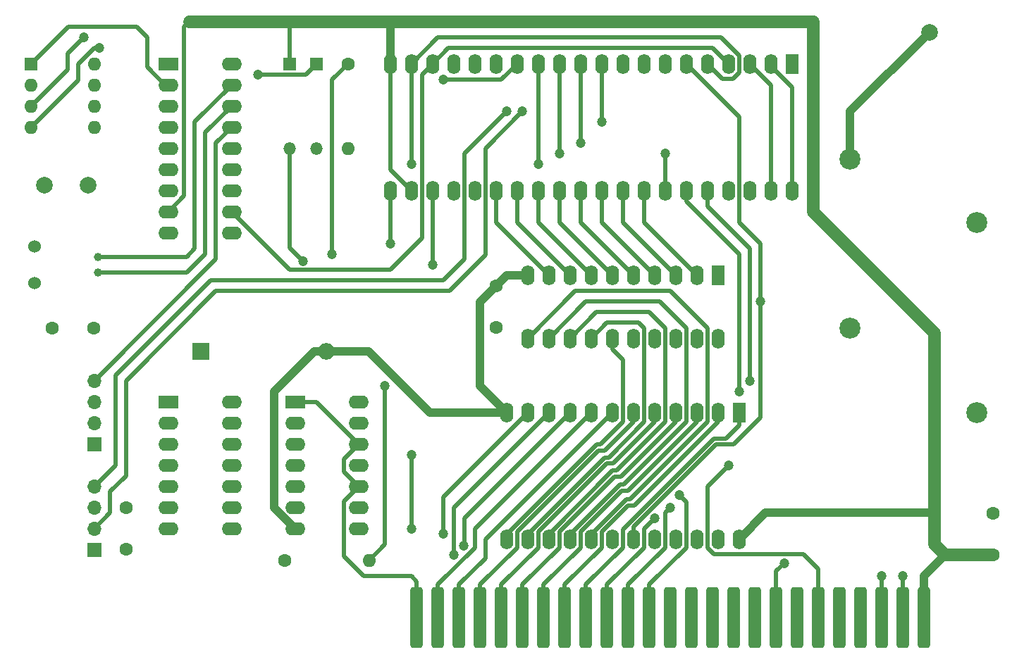
<source format=gbr>
%TF.GenerationSoftware,KiCad,Pcbnew,7.0.5-0*%
%TF.CreationDate,2023-06-19T18:26:53+02:00*%
%TF.ProjectId,Apple TimeMaster - reloaded,4170706c-6520-4546-996d-654d61737465,rev?*%
%TF.SameCoordinates,Original*%
%TF.FileFunction,Copper,L1,Top*%
%TF.FilePolarity,Positive*%
%FSLAX46Y46*%
G04 Gerber Fmt 4.6, Leading zero omitted, Abs format (unit mm)*
G04 Created by KiCad (PCBNEW 7.0.5-0) date 2023-06-19 18:26:53*
%MOMM*%
%LPD*%
G01*
G04 APERTURE LIST*
G04 Aperture macros list*
%AMRoundRect*
0 Rectangle with rounded corners*
0 $1 Rounding radius*
0 $2 $3 $4 $5 $6 $7 $8 $9 X,Y pos of 4 corners*
0 Add a 4 corners polygon primitive as box body*
4,1,4,$2,$3,$4,$5,$6,$7,$8,$9,$2,$3,0*
0 Add four circle primitives for the rounded corners*
1,1,$1+$1,$2,$3*
1,1,$1+$1,$4,$5*
1,1,$1+$1,$6,$7*
1,1,$1+$1,$8,$9*
0 Add four rect primitives between the rounded corners*
20,1,$1+$1,$2,$3,$4,$5,0*
20,1,$1+$1,$4,$5,$6,$7,0*
20,1,$1+$1,$6,$7,$8,$9,0*
20,1,$1+$1,$8,$9,$2,$3,0*%
G04 Aperture macros list end*
%TA.AperFunction,ComponentPad*%
%ADD10C,1.600000*%
%TD*%
%TA.AperFunction,ComponentPad*%
%ADD11R,2.000000X2.000000*%
%TD*%
%TA.AperFunction,ComponentPad*%
%ADD12O,2.000000X2.000000*%
%TD*%
%TA.AperFunction,ComponentPad*%
%ADD13R,1.500000X1.500000*%
%TD*%
%TA.AperFunction,ComponentPad*%
%ADD14O,1.500000X1.500000*%
%TD*%
%TA.AperFunction,ComponentPad*%
%ADD15O,1.600000X1.600000*%
%TD*%
%TA.AperFunction,ComponentPad*%
%ADD16R,2.400000X1.600000*%
%TD*%
%TA.AperFunction,ComponentPad*%
%ADD17O,2.400000X1.600000*%
%TD*%
%TA.AperFunction,ComponentPad*%
%ADD18R,1.600000X2.400000*%
%TD*%
%TA.AperFunction,ComponentPad*%
%ADD19O,1.600000X2.400000*%
%TD*%
%TA.AperFunction,ComponentPad*%
%ADD20C,1.000000*%
%TD*%
%TA.AperFunction,ComponentPad*%
%ADD21C,1.524000*%
%TD*%
%TA.AperFunction,SMDPad,CuDef*%
%ADD22C,2.000000*%
%TD*%
%TA.AperFunction,ComponentPad*%
%ADD23R,1.700000X1.700000*%
%TD*%
%TA.AperFunction,ComponentPad*%
%ADD24O,1.700000X1.700000*%
%TD*%
%TA.AperFunction,SMDPad,CuDef*%
%ADD25RoundRect,0.381000X0.381000X3.289000X-0.381000X3.289000X-0.381000X-3.289000X0.381000X-3.289000X0*%
%TD*%
%TA.AperFunction,ComponentPad*%
%ADD26C,2.524000*%
%TD*%
%TA.AperFunction,ComponentPad*%
%ADD27R,1.600000X1.600000*%
%TD*%
%TA.AperFunction,ComponentPad*%
%ADD28C,2.000000*%
%TD*%
%TA.AperFunction,ViaPad*%
%ADD29C,1.200000*%
%TD*%
%TA.AperFunction,Conductor*%
%ADD30C,0.500000*%
%TD*%
%TA.AperFunction,Conductor*%
%ADD31C,1.000000*%
%TD*%
%TA.AperFunction,Conductor*%
%ADD32C,1.500000*%
%TD*%
G04 APERTURE END LIST*
D10*
%TO.P,C5,1*%
%TO.N,/VSS*%
X137150000Y-90210000D03*
%TO.P,C5,2*%
%TO.N,Net-(D1-K)*%
X137150000Y-95210000D03*
%TD*%
D11*
%TO.P,C6,1*%
%TO.N,Net-(D2-K)*%
X101720000Y-98032500D03*
D12*
%TO.P,C6,2*%
%TO.N,/VSS*%
X116720000Y-98032500D03*
%TD*%
D13*
%TO.P,D1,1,K*%
%TO.N,Net-(D1-K)*%
X112395000Y-63500000D03*
D14*
%TO.P,D1,2,A*%
%TO.N,Net-(D1-A)*%
X112395000Y-73660000D03*
%TD*%
D10*
%TO.P,R2,1*%
%TO.N,Net-(J1-+12V)*%
X111760000Y-123190000D03*
D15*
%TO.P,R2,2*%
%TO.N,Net-(D1-A)*%
X121920000Y-123190000D03*
%TD*%
D16*
%TO.P,U1,1,VDD*%
%TO.N,Net-(D2-K)*%
X97790000Y-63500000D03*
D17*
%TO.P,U1,2,WRITE*%
%TO.N,Net-(U1-WRITE)*%
X97790000Y-66040000D03*
%TO.P,U1,3,READ*%
%TO.N,Net-(U1-READ)*%
X97790000Y-68580000D03*
%TO.P,U1,4,A0*%
%TO.N,/AC0*%
X97790000Y-71120000D03*
%TO.P,U1,5,A1*%
%TO.N,/AC1*%
X97790000Y-73660000D03*
%TO.P,U1,6,A2*%
%TO.N,/AC2*%
X97790000Y-76200000D03*
%TO.P,U1,7,A3*%
%TO.N,/AC3*%
X97790000Y-78740000D03*
%TO.P,U1,8,CS*%
%TO.N,Net-(D1-K)*%
X97790000Y-81280000D03*
%TO.P,U1,9,D0*%
%TO.N,Net-(U1-D0)*%
X97790000Y-83820000D03*
%TO.P,U1,10,D1*%
%TO.N,Net-(U1-D1)*%
X105410000Y-83820000D03*
%TO.P,U1,11,D2*%
%TO.N,Net-(U1-D2)*%
X105410000Y-81280000D03*
%TO.P,U1,12,D3*%
%TO.N,Net-(U1-D3)*%
X105410000Y-78740000D03*
%TO.P,U1,13,VSS*%
%TO.N,/VSS*%
X105410000Y-76200000D03*
%TO.P,U1,14,TEST*%
%TO.N,unconnected-(U1-TEST-Pad14)*%
X105410000Y-73660000D03*
%TO.P,U1,15,ADJ*%
%TO.N,Net-(J2-Pin_4)*%
X105410000Y-71120000D03*
%TO.P,U1,16,XT*%
%TO.N,Net-(U1-XT)*%
X105410000Y-68580000D03*
%TO.P,U1,17,/XT*%
%TO.N,Net-(U1-{slash}XT)*%
X105410000Y-66040000D03*
%TO.P,U1,18,HOLD*%
%TO.N,Net-(U1-HOLD)*%
X105410000Y-63500000D03*
%TD*%
D10*
%TO.P,C4,1*%
%TO.N,/VSS*%
X92710000Y-121880000D03*
%TO.P,C4,2*%
%TO.N,Net-(D1-K)*%
X92710000Y-116880000D03*
%TD*%
D18*
%TO.P,U3,1,VSS*%
%TO.N,/VSS*%
X172715000Y-63500000D03*
D19*
%TO.P,U3,2,PA0*%
%TO.N,Net-(U1-D0)*%
X170175000Y-63500000D03*
%TO.P,U3,3,PA1*%
%TO.N,Net-(U1-D1)*%
X167635000Y-63500000D03*
%TO.P,U3,4,PA2*%
%TO.N,Net-(U1-D2)*%
X165095000Y-63500000D03*
%TO.P,U3,5,PA3*%
%TO.N,Net-(U1-D3)*%
X162555000Y-63500000D03*
%TO.P,U3,6,PA4*%
%TO.N,Net-(J2-Pin_2)*%
X160015000Y-63500000D03*
%TO.P,U3,7,PA5*%
%TO.N,unconnected-(U3-PA5-Pad7)*%
X157475000Y-63500000D03*
%TO.P,U3,8,PA6*%
%TO.N,Net-(J3-Pin_2)*%
X154935000Y-63500000D03*
%TO.P,U3,9,PA7*%
%TO.N,Net-(J3-Pin_4)*%
X152395000Y-63500000D03*
%TO.P,U3,10,PB0*%
%TO.N,/AC0*%
X149855000Y-63500000D03*
%TO.P,U3,11,PB1*%
%TO.N,/AC1*%
X147315000Y-63500000D03*
%TO.P,U3,12,PB2*%
%TO.N,/AC2*%
X144775000Y-63500000D03*
%TO.P,U3,13,PB3*%
%TO.N,/AC3*%
X142235000Y-63500000D03*
%TO.P,U3,14,PB4*%
%TO.N,Net-(U1-HOLD)*%
X139695000Y-63500000D03*
%TO.P,U3,15,PB5*%
%TO.N,Net-(U1-READ)*%
X137155000Y-63500000D03*
%TO.P,U3,16,PB6*%
%TO.N,Net-(U3-PB6)*%
X134615000Y-63500000D03*
%TO.P,U3,17,PB7*%
%TO.N,unconnected-(U3-PB7-Pad17)*%
X132075000Y-63500000D03*
%TO.P,U3,18,CB1*%
%TO.N,Net-(U1-D2)*%
X129535000Y-63500000D03*
%TO.P,U3,19,CB2*%
%TO.N,Net-(U1-D3)*%
X126995000Y-63500000D03*
%TO.P,U3,20,VCC*%
%TO.N,Net-(D1-K)*%
X124455000Y-63500000D03*
%TO.P,U3,21,R/W*%
%TO.N,Net-(J1-R{slash}W)*%
X124455000Y-78740000D03*
%TO.P,U3,22,CS0*%
%TO.N,Net-(D1-K)*%
X126995000Y-78740000D03*
%TO.P,U3,23,/CS2*%
%TO.N,Net-(J1-{slash}DEVSEL)*%
X129535000Y-78740000D03*
%TO.P,U3,24,CS1*%
%TO.N,Net-(D1-K)*%
X132075000Y-78740000D03*
%TO.P,U3,25,E*%
%TO.N,Net-(J1-PHIO)*%
X134615000Y-78740000D03*
%TO.P,U3,26,D7*%
%TO.N,Net-(U2-A7)*%
X137155000Y-78740000D03*
%TO.P,U3,27,D6*%
%TO.N,Net-(U2-A6)*%
X139695000Y-78740000D03*
%TO.P,U3,28,D5*%
%TO.N,Net-(U2-A5)*%
X142235000Y-78740000D03*
%TO.P,U3,29,D4*%
%TO.N,Net-(U2-A4)*%
X144775000Y-78740000D03*
%TO.P,U3,30,D3*%
%TO.N,Net-(U2-A3)*%
X147315000Y-78740000D03*
%TO.P,U3,31,D2*%
%TO.N,Net-(U2-A2)*%
X149855000Y-78740000D03*
%TO.P,U3,32,D1*%
%TO.N,Net-(U2-A1)*%
X152395000Y-78740000D03*
%TO.P,U3,33,D0*%
%TO.N,Net-(U2-A0)*%
X154935000Y-78740000D03*
%TO.P,U3,34,/RES*%
%TO.N,Net-(J1-{slash}RES)*%
X157475000Y-78740000D03*
%TO.P,U3,35,RS1*%
%TO.N,/A1*%
X160015000Y-78740000D03*
%TO.P,U3,36,RS0*%
%TO.N,/A0*%
X162555000Y-78740000D03*
%TO.P,U3,37,/IRQB*%
%TO.N,Net-(U3-{slash}IRQA)*%
X165095000Y-78740000D03*
%TO.P,U3,38,/IRQA*%
X167635000Y-78740000D03*
%TO.P,U3,39,CA2*%
%TO.N,Net-(U1-D1)*%
X170175000Y-78740000D03*
%TO.P,U3,40,CA1*%
%TO.N,Net-(U1-D0)*%
X172715000Y-78740000D03*
%TD*%
D16*
%TO.P,U6,1*%
%TO.N,Net-(J1-{slash}IOSEL)*%
X113040000Y-104135000D03*
D17*
%TO.P,U6,2*%
%TO.N,/A9*%
X113040000Y-106675000D03*
%TO.P,U6,3*%
%TO.N,Net-(U4-A9)*%
X113040000Y-109215000D03*
%TO.P,U6,4*%
%TO.N,/A10*%
X113040000Y-111755000D03*
%TO.P,U6,5*%
%TO.N,/A9*%
X113040000Y-114295000D03*
%TO.P,U6,6*%
%TO.N,Net-(U5-Pad9)*%
X113040000Y-116835000D03*
%TO.P,U6,7,VSS*%
%TO.N,/VSS*%
X113040000Y-119375000D03*
%TO.P,U6,8*%
%TO.N,Net-(U4-A8)*%
X120660000Y-119375000D03*
%TO.P,U6,9*%
%TO.N,/A8*%
X120660000Y-116835000D03*
%TO.P,U6,10*%
%TO.N,Net-(J1-{slash}IOSEL)*%
X120660000Y-114295000D03*
%TO.P,U6,11*%
%TO.N,Net-(U4-{slash}G_VPP)*%
X120660000Y-111755000D03*
%TO.P,U6,12*%
%TO.N,Net-(J1-{slash}IOSEL)*%
X120660000Y-109215000D03*
%TO.P,U6,13*%
%TO.N,Net-(J1-{slash}IOSTRB)*%
X120660000Y-106675000D03*
%TO.P,U6,14,VCC*%
%TO.N,Net-(D1-K)*%
X120660000Y-104135000D03*
%TD*%
D20*
%TO.P,XTAL1,1,1*%
%TO.N,Net-(U1-{slash}XT)*%
X89300000Y-86677500D03*
%TO.P,XTAL1,2,2*%
%TO.N,Net-(U1-XT)*%
X89300000Y-88577500D03*
D21*
%TO.P,XTAL1,3*%
%TO.N,N/C*%
X81680000Y-89852500D03*
%TO.P,XTAL1,4*%
X81680000Y-85407500D03*
%TD*%
D22*
%TO.P,TP1,1,1*%
%TO.N,Net-(BT1-+)*%
X189230000Y-59690000D03*
%TD*%
D23*
%TO.P,J3,1,Pin_1*%
%TO.N,/VSS*%
X88900000Y-121920000D03*
D24*
%TO.P,J3,2,Pin_2*%
%TO.N,Net-(J3-Pin_2)*%
X88900000Y-119380000D03*
%TO.P,J3,3,Pin_3*%
%TO.N,Net-(D1-K)*%
X88900000Y-116840000D03*
%TO.P,J3,4,Pin_4*%
%TO.N,Net-(J3-Pin_4)*%
X88900000Y-114300000D03*
%TD*%
D10*
%TO.P,C2,1*%
%TO.N,/VSS*%
X83860000Y-95250000D03*
%TO.P,C2,2*%
%TO.N,Net-(U1-{slash}XT)*%
X88860000Y-95250000D03*
%TD*%
%TO.P,R1,1*%
%TO.N,Net-(D2-K)*%
X119380000Y-63500000D03*
D15*
%TO.P,R1,2*%
%TO.N,Net-(BT1-+)*%
X119380000Y-73660000D03*
%TD*%
D23*
%TO.P,J2,1,Pin_1*%
%TO.N,/VSS*%
X88900000Y-109220000D03*
D24*
%TO.P,J2,2,Pin_2*%
%TO.N,Net-(J2-Pin_2)*%
X88900000Y-106680000D03*
%TO.P,J2,3,Pin_3*%
%TO.N,Net-(D1-K)*%
X88900000Y-104140000D03*
%TO.P,J2,4,Pin_4*%
%TO.N,Net-(J2-Pin_4)*%
X88900000Y-101600000D03*
%TD*%
D25*
%TO.P,J1,1,/IOSEL*%
%TO.N,Net-(J1-{slash}IOSEL)*%
X127635000Y-130075000D03*
%TO.P,J1,2,A0*%
%TO.N,/A0*%
X130175000Y-130075000D03*
%TO.P,J1,3,A1*%
%TO.N,/A1*%
X132715000Y-130075000D03*
%TO.P,J1,4,A2*%
%TO.N,/A2*%
X135255000Y-130075000D03*
%TO.P,J1,5,A3*%
%TO.N,/A3*%
X137795000Y-130075000D03*
%TO.P,J1,6,A4*%
%TO.N,/A4*%
X140335000Y-130075000D03*
%TO.P,J1,7,A5*%
%TO.N,/A5*%
X142875000Y-130075000D03*
%TO.P,J1,8,A6*%
%TO.N,/A6*%
X145415000Y-130075000D03*
%TO.P,J1,9,A7*%
%TO.N,/A7*%
X147955000Y-130075000D03*
%TO.P,J1,10,A8*%
%TO.N,/A8*%
X150495000Y-130075000D03*
%TO.P,J1,11,A9*%
%TO.N,/A9*%
X153035000Y-130075000D03*
%TO.P,J1,12,A10*%
%TO.N,/A10*%
X155575000Y-130075000D03*
%TO.P,J1,13,A11*%
%TO.N,/A11*%
X158115000Y-130075000D03*
%TO.P,J1,14,A12*%
%TO.N,/A12*%
X160655000Y-130075000D03*
%TO.P,J1,15,A13*%
%TO.N,unconnected-(J1-A13-Pad15)*%
X163195000Y-130075000D03*
%TO.P,J1,16,A14*%
%TO.N,unconnected-(J1-A14-Pad16)*%
X165735000Y-130075000D03*
%TO.P,J1,17,A15*%
%TO.N,unconnected-(J1-A15-Pad17)*%
X168275000Y-130075000D03*
%TO.P,J1,18,R/W*%
%TO.N,Net-(J1-R{slash}W)*%
X170815000Y-130075000D03*
%TO.P,J1,19,VIDEO_S.*%
%TO.N,unconnected-(J1-VIDEO_S.-Pad19)*%
X173355000Y-130075000D03*
%TO.P,J1,20,/IOSTRB*%
%TO.N,Net-(J1-{slash}IOSTRB)*%
X175895000Y-130075000D03*
%TO.P,J1,21,RDY*%
%TO.N,unconnected-(J1-RDY-Pad21)*%
X178435000Y-130075000D03*
%TO.P,J1,22,DMA*%
%TO.N,unconnected-(J1-DMA-Pad22)*%
X180975000Y-130075000D03*
%TO.P,J1,23,INTout*%
%TO.N,Net-(J1-INTin)*%
X183515000Y-130075000D03*
%TO.P,J1,24,DMAout*%
%TO.N,Net-(J1-DMAin)*%
X186055000Y-130075000D03*
%TO.P,J1,25,+5V*%
%TO.N,Net-(D1-K)*%
X188595000Y-130075000D03*
%TD*%
D18*
%TO.P,U2,1,A->B*%
%TO.N,Net-(J1-R{slash}W)*%
X163820000Y-88910000D03*
D19*
%TO.P,U2,2,A0*%
%TO.N,Net-(U2-A0)*%
X161280000Y-88910000D03*
%TO.P,U2,3,A1*%
%TO.N,Net-(U2-A1)*%
X158740000Y-88910000D03*
%TO.P,U2,4,A2*%
%TO.N,Net-(U2-A2)*%
X156200000Y-88910000D03*
%TO.P,U2,5,A3*%
%TO.N,Net-(U2-A3)*%
X153660000Y-88910000D03*
%TO.P,U2,6,A4*%
%TO.N,Net-(U2-A4)*%
X151120000Y-88910000D03*
%TO.P,U2,7,A5*%
%TO.N,Net-(U2-A5)*%
X148580000Y-88910000D03*
%TO.P,U2,8,A6*%
%TO.N,Net-(U2-A6)*%
X146040000Y-88910000D03*
%TO.P,U2,9,A7*%
%TO.N,Net-(U2-A7)*%
X143500000Y-88910000D03*
%TO.P,U2,10,GND*%
%TO.N,/VSS*%
X140960000Y-88910000D03*
%TO.P,U2,11,B7*%
%TO.N,/D7*%
X140960000Y-96530000D03*
%TO.P,U2,12,B6*%
%TO.N,/D6*%
X143500000Y-96530000D03*
%TO.P,U2,13,B5*%
%TO.N,/D5*%
X146040000Y-96530000D03*
%TO.P,U2,14,B4*%
%TO.N,/D4*%
X148580000Y-96530000D03*
%TO.P,U2,15,B3*%
%TO.N,/D3*%
X151120000Y-96530000D03*
%TO.P,U2,16,B2*%
%TO.N,/D2*%
X153660000Y-96530000D03*
%TO.P,U2,17,B1*%
%TO.N,/D1*%
X156200000Y-96530000D03*
%TO.P,U2,18,B0*%
%TO.N,/D0*%
X158740000Y-96530000D03*
%TO.P,U2,19,/CE*%
%TO.N,Net-(J1-{slash}DEVSEL)*%
X161280000Y-96530000D03*
%TO.P,U2,20,VCC*%
%TO.N,Net-(D1-K)*%
X163820000Y-96530000D03*
%TD*%
D26*
%TO.P,BT1,1,+*%
%TO.N,Net-(BT1-+)*%
X179705000Y-74950000D03*
%TO.P,BT1,2,-*%
%TO.N,/VSS*%
X194945000Y-105450000D03*
%TO.P,BT1,NC*%
%TO.N,N/C*%
X179705000Y-95250000D03*
X194945000Y-82550000D03*
%TD*%
D18*
%TO.P,U4,1,A7*%
%TO.N,/A7*%
X166370000Y-105410000D03*
D19*
%TO.P,U4,2,A6*%
%TO.N,/A6*%
X163830000Y-105410000D03*
%TO.P,U4,3,A5*%
%TO.N,/A5*%
X161290000Y-105410000D03*
%TO.P,U4,4,A4*%
%TO.N,/A4*%
X158750000Y-105410000D03*
%TO.P,U4,5,A3*%
%TO.N,/A3*%
X156210000Y-105410000D03*
%TO.P,U4,6,A2*%
%TO.N,/A2*%
X153670000Y-105410000D03*
%TO.P,U4,7,A1*%
%TO.N,/A1*%
X151130000Y-105410000D03*
%TO.P,U4,8,A0*%
%TO.N,/A0*%
X148590000Y-105410000D03*
%TO.P,U4,9,D0*%
%TO.N,/D0*%
X146050000Y-105410000D03*
%TO.P,U4,10,D1*%
%TO.N,/D1*%
X143510000Y-105410000D03*
%TO.P,U4,11,D2*%
%TO.N,/D2*%
X140970000Y-105410000D03*
%TO.P,U4,12,VSS*%
%TO.N,/VSS*%
X138430000Y-105410000D03*
%TO.P,U4,13,D3*%
%TO.N,/D3*%
X138430000Y-120650000D03*
%TO.P,U4,14,D4*%
%TO.N,/D4*%
X140970000Y-120650000D03*
%TO.P,U4,15,D5*%
%TO.N,/D5*%
X143510000Y-120650000D03*
%TO.P,U4,16,D6*%
%TO.N,/D6*%
X146050000Y-120650000D03*
%TO.P,U4,17,D7*%
%TO.N,/D7*%
X148590000Y-120650000D03*
%TO.P,U4,18,/E*%
%TO.N,Net-(U4-{slash}E)*%
X151130000Y-120650000D03*
%TO.P,U4,19,A10*%
%TO.N,Net-(J2-Pin_2)*%
X153670000Y-120650000D03*
%TO.P,U4,20,/G_VPP*%
%TO.N,Net-(U4-{slash}G_VPP)*%
X156210000Y-120650000D03*
%TO.P,U4,21,A11*%
%TO.N,Net-(D1-K)*%
X158750000Y-120650000D03*
%TO.P,U4,22,A9*%
%TO.N,Net-(U4-A9)*%
X161290000Y-120650000D03*
%TO.P,U4,23,A8*%
%TO.N,Net-(U4-A8)*%
X163830000Y-120650000D03*
%TO.P,U4,24,VCC*%
%TO.N,Net-(D1-K)*%
X166370000Y-120650000D03*
%TD*%
D13*
%TO.P,D2,1,K*%
%TO.N,Net-(D2-K)*%
X115570000Y-63500000D03*
D14*
%TO.P,D2,2,A*%
%TO.N,Net-(D1-A)*%
X115570000Y-73660000D03*
%TD*%
D27*
%TO.P,SW1,1*%
%TO.N,Net-(U1-WRITE)*%
X81290000Y-63510000D03*
D15*
%TO.P,SW1,2*%
%TO.N,/VSS*%
X81290000Y-66050000D03*
%TO.P,SW1,3*%
%TO.N,Net-(J1-{slash}NMI)*%
X81290000Y-68590000D03*
%TO.P,SW1,4*%
%TO.N,Net-(J1-{slash}IRQ)*%
X81290000Y-71130000D03*
%TO.P,SW1,5*%
%TO.N,Net-(U3-{slash}IRQA)*%
X88910000Y-71130000D03*
%TO.P,SW1,6*%
X88910000Y-68590000D03*
%TO.P,SW1,7*%
%TO.N,Net-(J2-Pin_2)*%
X88910000Y-66050000D03*
%TO.P,SW1,8*%
%TO.N,Net-(U3-PB6)*%
X88910000Y-63510000D03*
%TD*%
D28*
%TO.P,C1,1*%
%TO.N,Net-(U1-XT)*%
X82931000Y-78105000D03*
%TO.P,C1,2*%
%TO.N,/VSS*%
X88138000Y-78105000D03*
%TD*%
D16*
%TO.P,U5,1*%
%TO.N,Net-(J1-{slash}IOSEL)*%
X97790000Y-104135000D03*
D17*
%TO.P,U5,2*%
%TO.N,Net-(U4-{slash}E)*%
X97790000Y-106675000D03*
%TO.P,U5,3*%
%TO.N,Net-(U5-Pad3)*%
X97790000Y-109215000D03*
%TO.P,U5,4*%
X97790000Y-111755000D03*
%TO.P,U5,5*%
%TO.N,Net-(U5-Pad5)*%
X97790000Y-114295000D03*
%TO.P,U5,6*%
%TO.N,Net-(U4-{slash}E)*%
X97790000Y-116835000D03*
%TO.P,U5,7,VSS*%
%TO.N,/VSS*%
X97790000Y-119375000D03*
%TO.P,U5,8*%
%TO.N,Net-(U5-Pad5)*%
X105410000Y-119375000D03*
%TO.P,U5,9*%
%TO.N,Net-(U5-Pad9)*%
X105410000Y-116835000D03*
%TO.P,U5,10*%
%TO.N,Net-(U5-Pad10)*%
X105410000Y-114295000D03*
%TO.P,U5,11*%
X105410000Y-111755000D03*
%TO.P,U5,12*%
%TO.N,Net-(J1-{slash}IOSTRB)*%
X105410000Y-109215000D03*
%TO.P,U5,13*%
X105410000Y-106675000D03*
%TO.P,U5,14,VCC*%
%TO.N,Net-(D1-K)*%
X105410000Y-104135000D03*
%TD*%
D10*
%TO.P,C3,1*%
%TO.N,/VSS*%
X196850000Y-117515000D03*
%TO.P,C3,2*%
%TO.N,Net-(D1-K)*%
X196850000Y-122515000D03*
%TD*%
D29*
%TO.N,Net-(D2-K)*%
X108585000Y-64770000D03*
X117475000Y-86360000D03*
%TO.N,Net-(D1-A)*%
X113982500Y-87215500D03*
X123825000Y-102235000D03*
%TO.N,/A0*%
X167640000Y-101600000D03*
%TO.N,/A1*%
X166370000Y-102870000D03*
%TO.N,/A8*%
X156210000Y-118110000D03*
%TO.N,/A9*%
X158115000Y-116840000D03*
%TO.N,/A10*%
X159155363Y-115340363D03*
%TO.N,Net-(J1-R{slash}W)*%
X124455000Y-85090000D03*
X171767500Y-123507500D03*
%TO.N,Net-(J1-{slash}IOSTRB)*%
X165100000Y-111760000D03*
%TO.N,Net-(J1-{slash}NMI)*%
X87630000Y-60325000D03*
%TO.N,Net-(J1-{slash}IRQ)*%
X89535000Y-61595000D03*
%TO.N,Net-(J1-{slash}RES)*%
X157475000Y-74295000D03*
%TO.N,Net-(J1-{slash}DEVSEL)*%
X129535000Y-87630000D03*
%TO.N,/D2*%
X130810000Y-120015000D03*
%TO.N,/D1*%
X132080000Y-122555000D03*
%TO.N,/D0*%
X133242891Y-121392109D03*
%TO.N,Net-(U1-D3)*%
X127000000Y-75565000D03*
%TO.N,/AC0*%
X149855000Y-70485000D03*
%TO.N,/AC1*%
X147320000Y-73025000D03*
%TO.N,/AC2*%
X144780000Y-74295000D03*
%TO.N,/AC3*%
X142235000Y-75565000D03*
%TO.N,Net-(U4-A8)*%
X127000000Y-119380000D03*
X127000000Y-110490000D03*
%TO.N,Net-(J2-Pin_2)*%
X168910000Y-92075000D03*
%TO.N,Net-(J3-Pin_2)*%
X140335000Y-69215000D03*
%TO.N,Net-(J3-Pin_4)*%
X138430000Y-69215000D03*
%TO.N,Net-(J1-INTin)*%
X183515000Y-125095000D03*
%TO.N,Net-(J1-DMAin)*%
X186055000Y-125095000D03*
%TO.N,Net-(U1-HOLD)*%
X130810000Y-65405000D03*
%TD*%
D30*
%TO.N,Net-(D1-K)*%
X99695000Y-59055000D02*
X99695000Y-79375000D01*
D31*
X169545000Y-117475000D02*
X166370000Y-120650000D01*
D32*
X100330000Y-58420000D02*
X112395000Y-58420000D01*
D31*
X189865000Y-117475000D02*
X189230000Y-117475000D01*
D32*
X191135000Y-122555000D02*
X196810000Y-122555000D01*
X175260000Y-81280000D02*
X189865000Y-95885000D01*
D31*
X196850000Y-122515000D02*
X191095000Y-122515000D01*
D30*
X126995000Y-78740000D02*
X124455000Y-76200000D01*
X112395000Y-63500000D02*
X112395000Y-58420000D01*
D32*
X112395000Y-58420000D02*
X124460000Y-58420000D01*
D31*
X188595000Y-125095000D02*
X191135000Y-122555000D01*
D30*
X99695000Y-79375000D02*
X97790000Y-81280000D01*
X124455000Y-76200000D02*
X124455000Y-63500000D01*
D31*
X124455000Y-63500000D02*
X124455000Y-58425000D01*
D30*
X124455000Y-58425000D02*
X124460000Y-58420000D01*
D31*
X196810000Y-122555000D02*
X196850000Y-122515000D01*
D32*
X124460000Y-58420000D02*
X175260000Y-58420000D01*
D31*
X189230000Y-117475000D02*
X169545000Y-117475000D01*
D30*
X100330000Y-58420000D02*
X99695000Y-59055000D01*
D32*
X191095000Y-122515000D02*
X189865000Y-121285000D01*
X189865000Y-121285000D02*
X189865000Y-117475000D01*
X189865000Y-95885000D02*
X189865000Y-117475000D01*
X175260000Y-58420000D02*
X175260000Y-81280000D01*
D31*
X188595000Y-130075000D02*
X188595000Y-125095000D01*
D30*
%TO.N,Net-(U1-XT)*%
X89300000Y-88577500D02*
X100017500Y-88577500D01*
X102235000Y-86360000D02*
X102235000Y-71755000D01*
X100017500Y-88577500D02*
X102235000Y-86360000D01*
X102235000Y-71755000D02*
X105410000Y-68580000D01*
%TO.N,Net-(U1-{slash}XT)*%
X100012500Y-86677500D02*
X100965000Y-85725000D01*
X100965000Y-70485000D02*
X105410000Y-66040000D01*
X89300000Y-86677500D02*
X100012500Y-86677500D01*
X100965000Y-85725000D02*
X100965000Y-70485000D01*
%TO.N,Net-(D2-K)*%
X108585000Y-64770000D02*
X114300000Y-64770000D01*
X114300000Y-64770000D02*
X115570000Y-63500000D01*
X117475000Y-86360000D02*
X117475000Y-65405000D01*
X117475000Y-65405000D02*
X119380000Y-63500000D01*
%TO.N,Net-(D1-A)*%
X113982500Y-87215500D02*
X112395000Y-85628000D01*
X123825000Y-121285000D02*
X123825000Y-102235000D01*
X112395000Y-85628000D02*
X112395000Y-73660000D01*
X121920000Y-123190000D02*
X123825000Y-121285000D01*
%TO.N,Net-(J1-{slash}IOSEL)*%
X118872000Y-112522000D02*
X118872000Y-111003000D01*
X118872000Y-122682000D02*
X118872000Y-116083000D01*
X118872000Y-116083000D02*
X120660000Y-114295000D01*
X118872000Y-111003000D02*
X120660000Y-109215000D01*
X113040000Y-104135000D02*
X115580000Y-104135000D01*
X121285000Y-125095000D02*
X118872000Y-122682000D01*
X127635000Y-130075000D02*
X127635000Y-125730000D01*
X115580000Y-104135000D02*
X120660000Y-109215000D01*
X127635000Y-125730000D02*
X127000000Y-125095000D01*
X120645000Y-114295000D02*
X118872000Y-112522000D01*
X120660000Y-114295000D02*
X120645000Y-114295000D01*
X127000000Y-125095000D02*
X121285000Y-125095000D01*
%TO.N,/A0*%
X148590000Y-105410000D02*
X134620000Y-119380000D01*
X167640000Y-85725000D02*
X162555000Y-80640000D01*
X162555000Y-80640000D02*
X162555000Y-78740000D01*
X134620000Y-119380000D02*
X134620000Y-121666000D01*
X134620000Y-121666000D02*
X130175000Y-126111000D01*
X167640000Y-101600000D02*
X167640000Y-85725000D01*
X130175000Y-126111000D02*
X130175000Y-130075000D01*
%TO.N,/A1*%
X151130000Y-105410000D02*
X135890000Y-120650000D01*
X166370000Y-86365000D02*
X160015000Y-80010000D01*
X135890000Y-120650000D02*
X135890000Y-122936000D01*
X160015000Y-80010000D02*
X160015000Y-78740000D01*
X135890000Y-122936000D02*
X132715000Y-126111000D01*
X166370000Y-102870000D02*
X166370000Y-86365000D01*
X132715000Y-126111000D02*
X132715000Y-130075000D01*
%TO.N,/A2*%
X149470233Y-109982000D02*
X150241000Y-109982000D01*
X135255000Y-130075000D02*
X135255000Y-126111000D01*
X139720000Y-119732233D02*
X149470233Y-109982000D01*
X139720000Y-121646000D02*
X139720000Y-119732233D01*
X135255000Y-126111000D02*
X139720000Y-121646000D01*
X150241000Y-109982000D02*
X153670000Y-106553000D01*
X153670000Y-106553000D02*
X153670000Y-105410000D01*
%TO.N,/A3*%
X142260000Y-119732233D02*
X150486233Y-111506000D01*
X151257000Y-111506000D02*
X156210000Y-106553000D01*
X150486233Y-111506000D02*
X151257000Y-111506000D01*
X137795000Y-130075000D02*
X137795000Y-126111000D01*
X156210000Y-106553000D02*
X156210000Y-105410000D01*
X142260000Y-121646000D02*
X142260000Y-119732233D01*
X137795000Y-126111000D02*
X142260000Y-121646000D01*
%TO.N,/A4*%
X140335000Y-126111000D02*
X144800000Y-121646000D01*
X158750000Y-106553000D02*
X158750000Y-105410000D01*
X144800000Y-119732233D02*
X151375233Y-113157000D01*
X151375233Y-113157000D02*
X152146000Y-113157000D01*
X152146000Y-113157000D02*
X158750000Y-106553000D01*
X144800000Y-121646000D02*
X144800000Y-119732233D01*
X140335000Y-130075000D02*
X140335000Y-126111000D01*
%TO.N,/A5*%
X142875000Y-130075000D02*
X142875000Y-126111000D01*
X152264233Y-114808000D02*
X153035000Y-114808000D01*
X147340000Y-121646000D02*
X147340000Y-119732233D01*
X142875000Y-126111000D02*
X147340000Y-121646000D01*
X161290000Y-106553000D02*
X161290000Y-105410000D01*
X147340000Y-119732233D02*
X152264233Y-114808000D01*
X153035000Y-114808000D02*
X161290000Y-106553000D01*
%TO.N,/A6*%
X153026233Y-116586000D02*
X153797000Y-116586000D01*
X163830000Y-106553000D02*
X163830000Y-105410000D01*
X149880000Y-121646000D02*
X149880000Y-119732233D01*
X149880000Y-119732233D02*
X153026233Y-116586000D01*
X153797000Y-116586000D02*
X163830000Y-106553000D01*
X145415000Y-126111000D02*
X149880000Y-121646000D01*
X145415000Y-130075000D02*
X145415000Y-126111000D01*
%TO.N,/A7*%
X147955000Y-126111000D02*
X152400000Y-121666000D01*
X163325126Y-108520000D02*
X164784000Y-108520000D01*
X152400000Y-121666000D02*
X152400000Y-119445126D01*
X164784000Y-108520000D02*
X166370000Y-106934000D01*
X147955000Y-130075000D02*
X147955000Y-126111000D01*
X166370000Y-106934000D02*
X166370000Y-105410000D01*
X152400000Y-119445126D02*
X163325126Y-108520000D01*
%TO.N,/A8*%
X154940000Y-119380000D02*
X154940000Y-121666000D01*
X150495000Y-126111000D02*
X150495000Y-130075000D01*
X154940000Y-121666000D02*
X150495000Y-126111000D01*
X156210000Y-118110000D02*
X154940000Y-119380000D01*
%TO.N,/A9*%
X153035000Y-126111000D02*
X153035000Y-130075000D01*
X157500000Y-117455000D02*
X157500000Y-121646000D01*
X157500000Y-121646000D02*
X153035000Y-126111000D01*
X158115000Y-116840000D02*
X157500000Y-117455000D01*
%TO.N,/A10*%
X160000000Y-121686000D02*
X155575000Y-126111000D01*
X159155363Y-115340363D02*
X160000000Y-116185000D01*
X155575000Y-126111000D02*
X155575000Y-130075000D01*
X160000000Y-116185000D02*
X160000000Y-121686000D01*
%TO.N,Net-(J1-R{slash}W)*%
X124455000Y-85090000D02*
X124455000Y-78740000D01*
X170815000Y-124460000D02*
X170815000Y-130075000D01*
X171767500Y-123507500D02*
X170815000Y-124460000D01*
%TO.N,Net-(J1-{slash}IOSTRB)*%
X162540000Y-114320000D02*
X165100000Y-111760000D01*
X174077925Y-122428000D02*
X163322000Y-122428000D01*
X162540000Y-121646000D02*
X162540000Y-114320000D01*
X175895000Y-130075000D02*
X175895000Y-124245075D01*
X163322000Y-122428000D02*
X162540000Y-121646000D01*
X175895000Y-124245075D02*
X174077925Y-122428000D01*
%TO.N,Net-(J1-{slash}NMI)*%
X85725000Y-64155000D02*
X81290000Y-68590000D01*
X85725000Y-62230000D02*
X85725000Y-64155000D01*
X87630000Y-60325000D02*
X85725000Y-62230000D01*
%TO.N,Net-(J1-{slash}IRQ)*%
X88900000Y-61595000D02*
X86995000Y-63500000D01*
X86995000Y-63500000D02*
X86995000Y-65425000D01*
X89535000Y-61595000D02*
X88900000Y-61595000D01*
X86995000Y-65425000D02*
X81290000Y-71130000D01*
%TO.N,Net-(J1-{slash}RES)*%
X157475000Y-74295000D02*
X157475000Y-78740000D01*
%TO.N,Net-(J1-{slash}DEVSEL)*%
X129535000Y-87630000D02*
X129535000Y-78740000D01*
%TO.N,/D7*%
X148590000Y-120032284D02*
X152798284Y-115824000D01*
X153289000Y-115824000D02*
X162550000Y-106563000D01*
X162550000Y-106563000D02*
X162550000Y-95250000D01*
X152798284Y-115824000D02*
X153289000Y-115824000D01*
X148590000Y-120650000D02*
X148590000Y-120032284D01*
X162550000Y-95250000D02*
X158105000Y-90805000D01*
X146675000Y-90815000D02*
X140960000Y-96530000D01*
X158105000Y-90805000D02*
X146675000Y-90805000D01*
X146675000Y-90805000D02*
X146675000Y-90815000D01*
%TO.N,/D6*%
X146050000Y-120032284D02*
X152036284Y-114046000D01*
X160010000Y-106563000D02*
X160010000Y-95250000D01*
X152527000Y-114046000D02*
X160010000Y-106563000D01*
X152036284Y-114046000D02*
X152527000Y-114046000D01*
X146050000Y-120650000D02*
X146050000Y-120032284D01*
X147945000Y-92075000D02*
X147945000Y-92085000D01*
X156835000Y-92075000D02*
X147945000Y-92075000D01*
X147945000Y-92085000D02*
X143500000Y-96530000D01*
X160010000Y-95250000D02*
X156835000Y-92075000D01*
%TO.N,/D5*%
X151147283Y-112395000D02*
X151638000Y-112395000D01*
X143510000Y-120650000D02*
X143510000Y-120032283D01*
X149225000Y-93345000D02*
X146040000Y-96530000D01*
X157470000Y-106563000D02*
X157470000Y-95250000D01*
X157470000Y-95250000D02*
X155565000Y-93345000D01*
X155565000Y-93345000D02*
X149225000Y-93345000D01*
X143510000Y-120032283D02*
X151147283Y-112395000D01*
X151638000Y-112395000D02*
X157470000Y-106563000D01*
%TO.N,/D4*%
X140970000Y-120650000D02*
X140970000Y-120032283D01*
X148580000Y-96520000D02*
X148580000Y-96530000D01*
X150485000Y-94615000D02*
X148580000Y-96520000D01*
X150687000Y-110806000D02*
X154930000Y-106563000D01*
X154930000Y-106563000D02*
X154930000Y-95250000D01*
X150196283Y-110806000D02*
X150687000Y-110806000D01*
X154930000Y-95250000D02*
X154295000Y-94615000D01*
X154295000Y-94615000D02*
X150485000Y-94615000D01*
X140970000Y-120032283D02*
X150196283Y-110806000D01*
%TO.N,/D3*%
X149733000Y-109220000D02*
X149242283Y-109220000D01*
X152400000Y-99070000D02*
X152400000Y-106553000D01*
X138430000Y-120032283D02*
X138430000Y-120650000D01*
X151120000Y-97790000D02*
X152400000Y-99070000D01*
X152400000Y-106553000D02*
X149733000Y-109220000D01*
X149242283Y-109220000D02*
X138430000Y-120032283D01*
X151120000Y-96530000D02*
X151120000Y-97790000D01*
%TO.N,/D2*%
X130810000Y-115570000D02*
X140970000Y-105410000D01*
X130810000Y-120015000D02*
X130810000Y-115570000D01*
%TO.N,/D1*%
X132080000Y-116840000D02*
X143510000Y-105410000D01*
X132080000Y-122555000D02*
X132080000Y-116840000D01*
%TO.N,/D0*%
X133350000Y-121285000D02*
X133350000Y-118110000D01*
X133350000Y-118110000D02*
X146050000Y-105410000D01*
X133242891Y-121392109D02*
X133350000Y-121285000D01*
D31*
%TO.N,Net-(BT1-+)*%
X189230000Y-59690000D02*
X179705000Y-69215000D01*
X179705000Y-69215000D02*
X179705000Y-74950000D01*
D30*
%TO.N,Net-(U1-WRITE)*%
X81290000Y-63510000D02*
X85745000Y-59055000D01*
X95250000Y-60325000D02*
X95250000Y-63881000D01*
X95250000Y-63881000D02*
X97409000Y-66040000D01*
X97409000Y-66040000D02*
X97790000Y-66040000D01*
X85745000Y-59055000D02*
X93980000Y-59055000D01*
X93980000Y-59055000D02*
X95250000Y-60325000D01*
%TO.N,Net-(U1-D0)*%
X172715000Y-78740000D02*
X172715000Y-66289000D01*
X170175000Y-63749000D02*
X170175000Y-63500000D01*
X172715000Y-66289000D02*
X170175000Y-63749000D01*
%TO.N,Net-(U1-D1)*%
X170175000Y-67310000D02*
X170180000Y-67305000D01*
X170180000Y-66040000D02*
X167640000Y-63500000D01*
X170180000Y-67305000D02*
X170180000Y-66040000D01*
X170175000Y-78740000D02*
X170175000Y-67310000D01*
X167640000Y-63500000D02*
X167635000Y-63500000D01*
%TO.N,Net-(U1-D2)*%
X128270000Y-76200000D02*
X128270000Y-64770000D01*
X128270000Y-64770000D02*
X129535000Y-63505000D01*
X105410000Y-81280000D02*
X112395000Y-88265000D01*
X128285000Y-76215000D02*
X128270000Y-76200000D01*
X163195000Y-61595000D02*
X165095000Y-63495000D01*
X128285000Y-84440000D02*
X128285000Y-76215000D01*
X165095000Y-63495000D02*
X165095000Y-63500000D01*
X131440000Y-61595000D02*
X163195000Y-61595000D01*
X112395000Y-88265000D02*
X124460000Y-88265000D01*
X124460000Y-88265000D02*
X128285000Y-84440000D01*
X129535000Y-63505000D02*
X129535000Y-63500000D01*
X129535000Y-63500000D02*
X131440000Y-61595000D01*
%TO.N,Net-(U1-D3)*%
X127000000Y-75565000D02*
X126995000Y-75560000D01*
X166370000Y-64516000D02*
X165608000Y-65278000D01*
X126995000Y-63500000D02*
X130170000Y-60325000D01*
X165608000Y-65278000D02*
X164333000Y-65278000D01*
X126995000Y-75560000D02*
X126995000Y-63500000D01*
X164211000Y-60325000D02*
X166370000Y-62484000D01*
X130170000Y-60325000D02*
X164211000Y-60325000D01*
X164333000Y-65278000D02*
X162555000Y-63500000D01*
X166370000Y-62484000D02*
X166370000Y-64516000D01*
%TO.N,Net-(U2-A0)*%
X154935000Y-82550000D02*
X154935000Y-78740000D01*
X161280000Y-88910000D02*
X161280000Y-88895000D01*
X161280000Y-88895000D02*
X154935000Y-82550000D01*
%TO.N,Net-(U2-A1)*%
X152395000Y-82550000D02*
X152395000Y-78740000D01*
X158740000Y-88910000D02*
X158740000Y-88895000D01*
X158740000Y-88895000D02*
X152395000Y-82550000D01*
%TO.N,Net-(U2-A2)*%
X156200000Y-88910000D02*
X156200000Y-88895000D01*
X156200000Y-88895000D02*
X149855000Y-82550000D01*
X149855000Y-82550000D02*
X149855000Y-78740000D01*
%TO.N,/AC0*%
X149855000Y-70485000D02*
X149855000Y-63500000D01*
%TO.N,/AC1*%
X147315000Y-73020000D02*
X147315000Y-63500000D01*
X147320000Y-73025000D02*
X147315000Y-73020000D01*
%TO.N,/AC2*%
X144775000Y-74290000D02*
X144775000Y-63500000D01*
X144780000Y-74295000D02*
X144775000Y-74290000D01*
%TO.N,/AC3*%
X142235000Y-75565000D02*
X142235000Y-63500000D01*
%TO.N,Net-(U2-A3)*%
X153660000Y-88910000D02*
X153660000Y-88895000D01*
X147315000Y-82550000D02*
X147315000Y-78740000D01*
X153660000Y-88895000D02*
X147315000Y-82550000D01*
%TO.N,Net-(U2-A4)*%
X151120000Y-88895000D02*
X144775000Y-82550000D01*
X151120000Y-88910000D02*
X151120000Y-88895000D01*
X144775000Y-82550000D02*
X144775000Y-78740000D01*
%TO.N,Net-(U2-A5)*%
X148580000Y-88910000D02*
X148580000Y-88890000D01*
X142235000Y-82545000D02*
X142235000Y-78740000D01*
X148580000Y-88890000D02*
X142235000Y-82545000D01*
%TO.N,Net-(U2-A6)*%
X146040000Y-88910000D02*
X139700000Y-82570000D01*
X139700000Y-78745000D02*
X139695000Y-78740000D01*
X139700000Y-82570000D02*
X139700000Y-78745000D01*
%TO.N,Net-(U2-A7)*%
X143500000Y-88910000D02*
X137155000Y-82565000D01*
X137155000Y-82565000D02*
X137155000Y-78740000D01*
%TO.N,Net-(U4-A8)*%
X127000000Y-110490000D02*
X127000000Y-119380000D01*
%TO.N,Net-(J2-Pin_2)*%
X168910000Y-106045000D02*
X165735000Y-109220000D01*
X165735000Y-109220000D02*
X163615075Y-109220000D01*
X153670000Y-119165075D02*
X153670000Y-120650000D01*
X163615075Y-109220000D02*
X153670000Y-119165075D01*
X168910000Y-92075000D02*
X168910000Y-106045000D01*
X166345000Y-82525000D02*
X166345000Y-69830000D01*
X166345000Y-69830000D02*
X160015000Y-63500000D01*
X168910000Y-92075000D02*
X168910000Y-85090000D01*
X168910000Y-85090000D02*
X166345000Y-82525000D01*
%TO.N,Net-(J3-Pin_2)*%
X135890000Y-86495395D02*
X131580395Y-90805000D01*
X92710000Y-113030000D02*
X90805000Y-114935000D01*
X131580395Y-90805000D02*
X103505000Y-90805000D01*
X103505000Y-90805000D02*
X92710000Y-101600000D01*
X140335000Y-69215000D02*
X135890000Y-73660000D01*
X90805000Y-117475000D02*
X88900000Y-119380000D01*
X135890000Y-73660000D02*
X135890000Y-86495395D01*
X92710000Y-101600000D02*
X92710000Y-113030000D01*
X90805000Y-114935000D02*
X90805000Y-117475000D01*
%TO.N,Net-(J3-Pin_4)*%
X138430000Y-69215000D02*
X133350000Y-74295000D01*
X130810000Y-89535000D02*
X102870000Y-89535000D01*
X133350000Y-74295000D02*
X133350000Y-86995000D01*
X91440000Y-111760000D02*
X88900000Y-114300000D01*
X91440000Y-100965000D02*
X91440000Y-111760000D01*
X102870000Y-89535000D02*
X91440000Y-100965000D01*
X133350000Y-86995000D02*
X130810000Y-89535000D01*
%TO.N,Net-(J1-INTin)*%
X183515000Y-130075000D02*
X183515000Y-125095000D01*
%TO.N,Net-(J1-DMAin)*%
X186055000Y-130075000D02*
X186055000Y-125095000D01*
%TO.N,Net-(J2-Pin_4)*%
X103505000Y-73025000D02*
X105410000Y-71120000D01*
X88900000Y-101600000D02*
X103505000Y-86995000D01*
X103505000Y-86995000D02*
X103505000Y-73025000D01*
D31*
%TO.N,/VSS*%
X110490000Y-102848287D02*
X110490000Y-116825000D01*
X110490000Y-116825000D02*
X113040000Y-119375000D01*
X121845000Y-98032500D02*
X116720000Y-98032500D01*
X115305787Y-98032500D02*
X110490000Y-102848287D01*
X138430000Y-105410000D02*
X129222500Y-105410000D01*
X138430000Y-105410000D02*
X135255000Y-102235000D01*
X129222500Y-105410000D02*
X121845000Y-98032500D01*
X116720000Y-98032500D02*
X115305787Y-98032500D01*
X140950000Y-88900000D02*
X140960000Y-88910000D01*
X135255000Y-102235000D02*
X135255000Y-92105000D01*
X135255000Y-92105000D02*
X137150000Y-90210000D01*
X138460000Y-88900000D02*
X140950000Y-88900000D01*
X137150000Y-90210000D02*
X138460000Y-88900000D01*
D30*
%TO.N,Net-(U1-HOLD)*%
X130810000Y-65405000D02*
X137790000Y-65405000D01*
X137790000Y-65405000D02*
X139695000Y-63500000D01*
%TD*%
M02*

</source>
